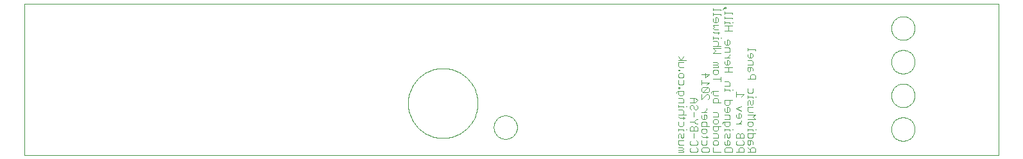
<source format=gbo>
G75*
%MOIN*%
%OFA0B0*%
%FSLAX24Y24*%
%IPPOS*%
%LPD*%
%AMOC8*
5,1,8,0,0,1.08239X$1,22.5*
%
%ADD10C,0.0010*%
%ADD11C,0.0000*%
%ADD12C,0.0030*%
D10*
X000847Y001846D02*
X051437Y001846D01*
X051437Y009721D01*
X000847Y009721D01*
X000847Y001846D01*
D11*
X020768Y004543D02*
X020770Y004628D01*
X020776Y004713D01*
X020786Y004797D01*
X020800Y004881D01*
X020818Y004964D01*
X020839Y005046D01*
X020865Y005127D01*
X020894Y005207D01*
X020927Y005285D01*
X020963Y005361D01*
X021004Y005436D01*
X021047Y005509D01*
X021094Y005580D01*
X021144Y005648D01*
X021198Y005714D01*
X021254Y005778D01*
X021314Y005838D01*
X021376Y005896D01*
X021440Y005951D01*
X021508Y006003D01*
X021577Y006052D01*
X021649Y006097D01*
X021723Y006139D01*
X021799Y006177D01*
X021876Y006212D01*
X021955Y006243D01*
X022036Y006271D01*
X022117Y006294D01*
X022200Y006314D01*
X022283Y006330D01*
X022367Y006342D01*
X022452Y006350D01*
X022537Y006354D01*
X022621Y006354D01*
X022706Y006350D01*
X022791Y006342D01*
X022875Y006330D01*
X022958Y006314D01*
X023041Y006294D01*
X023122Y006271D01*
X023203Y006243D01*
X023282Y006212D01*
X023359Y006177D01*
X023435Y006139D01*
X023509Y006097D01*
X023581Y006052D01*
X023650Y006003D01*
X023718Y005951D01*
X023782Y005896D01*
X023844Y005838D01*
X023904Y005778D01*
X023960Y005714D01*
X024014Y005648D01*
X024064Y005580D01*
X024111Y005509D01*
X024154Y005436D01*
X024195Y005361D01*
X024231Y005285D01*
X024264Y005207D01*
X024293Y005127D01*
X024319Y005046D01*
X024340Y004964D01*
X024358Y004881D01*
X024372Y004797D01*
X024382Y004713D01*
X024388Y004628D01*
X024390Y004543D01*
X024388Y004458D01*
X024382Y004373D01*
X024372Y004289D01*
X024358Y004205D01*
X024340Y004122D01*
X024319Y004040D01*
X024293Y003959D01*
X024264Y003879D01*
X024231Y003801D01*
X024195Y003725D01*
X024154Y003650D01*
X024111Y003577D01*
X024064Y003506D01*
X024014Y003438D01*
X023960Y003372D01*
X023904Y003308D01*
X023844Y003248D01*
X023782Y003190D01*
X023718Y003135D01*
X023650Y003083D01*
X023581Y003034D01*
X023509Y002989D01*
X023435Y002947D01*
X023359Y002909D01*
X023282Y002874D01*
X023203Y002843D01*
X023122Y002815D01*
X023041Y002792D01*
X022958Y002772D01*
X022875Y002756D01*
X022791Y002744D01*
X022706Y002736D01*
X022621Y002732D01*
X022537Y002732D01*
X022452Y002736D01*
X022367Y002744D01*
X022283Y002756D01*
X022200Y002772D01*
X022117Y002792D01*
X022036Y002815D01*
X021955Y002843D01*
X021876Y002874D01*
X021799Y002909D01*
X021723Y002947D01*
X021649Y002989D01*
X021577Y003034D01*
X021508Y003083D01*
X021440Y003135D01*
X021376Y003190D01*
X021314Y003248D01*
X021254Y003308D01*
X021198Y003372D01*
X021144Y003438D01*
X021094Y003506D01*
X021047Y003577D01*
X021004Y003650D01*
X020963Y003725D01*
X020927Y003801D01*
X020894Y003879D01*
X020865Y003959D01*
X020839Y004040D01*
X020818Y004122D01*
X020800Y004205D01*
X020786Y004289D01*
X020776Y004373D01*
X020770Y004458D01*
X020768Y004543D01*
X025219Y003293D02*
X025221Y003342D01*
X025227Y003391D01*
X025237Y003439D01*
X025250Y003486D01*
X025268Y003532D01*
X025289Y003576D01*
X025313Y003619D01*
X025341Y003659D01*
X025372Y003698D01*
X025406Y003733D01*
X025443Y003766D01*
X025482Y003795D01*
X025524Y003821D01*
X025567Y003844D01*
X025613Y003863D01*
X025659Y003879D01*
X025707Y003891D01*
X025755Y003899D01*
X025804Y003903D01*
X025854Y003903D01*
X025903Y003899D01*
X025951Y003891D01*
X025999Y003879D01*
X026045Y003863D01*
X026091Y003844D01*
X026134Y003821D01*
X026176Y003795D01*
X026215Y003766D01*
X026252Y003733D01*
X026286Y003698D01*
X026317Y003659D01*
X026345Y003619D01*
X026369Y003576D01*
X026390Y003532D01*
X026408Y003486D01*
X026421Y003439D01*
X026431Y003391D01*
X026437Y003342D01*
X026439Y003293D01*
X026437Y003244D01*
X026431Y003195D01*
X026421Y003147D01*
X026408Y003100D01*
X026390Y003054D01*
X026369Y003010D01*
X026345Y002967D01*
X026317Y002927D01*
X026286Y002888D01*
X026252Y002853D01*
X026215Y002820D01*
X026176Y002791D01*
X026134Y002765D01*
X026091Y002742D01*
X026045Y002723D01*
X025999Y002707D01*
X025951Y002695D01*
X025903Y002687D01*
X025854Y002683D01*
X025804Y002683D01*
X025755Y002687D01*
X025707Y002695D01*
X025659Y002707D01*
X025613Y002723D01*
X025567Y002742D01*
X025524Y002765D01*
X025482Y002791D01*
X025443Y002820D01*
X025406Y002853D01*
X025372Y002888D01*
X025341Y002927D01*
X025313Y002967D01*
X025289Y003010D01*
X025268Y003054D01*
X025250Y003100D01*
X025237Y003147D01*
X025227Y003195D01*
X025221Y003244D01*
X025219Y003293D01*
X045869Y003193D02*
X045871Y003242D01*
X045877Y003291D01*
X045887Y003339D01*
X045900Y003386D01*
X045918Y003432D01*
X045939Y003476D01*
X045963Y003519D01*
X045991Y003559D01*
X046022Y003598D01*
X046056Y003633D01*
X046093Y003666D01*
X046132Y003695D01*
X046174Y003721D01*
X046217Y003744D01*
X046263Y003763D01*
X046309Y003779D01*
X046357Y003791D01*
X046405Y003799D01*
X046454Y003803D01*
X046504Y003803D01*
X046553Y003799D01*
X046601Y003791D01*
X046649Y003779D01*
X046695Y003763D01*
X046741Y003744D01*
X046784Y003721D01*
X046826Y003695D01*
X046865Y003666D01*
X046902Y003633D01*
X046936Y003598D01*
X046967Y003559D01*
X046995Y003519D01*
X047019Y003476D01*
X047040Y003432D01*
X047058Y003386D01*
X047071Y003339D01*
X047081Y003291D01*
X047087Y003242D01*
X047089Y003193D01*
X047087Y003144D01*
X047081Y003095D01*
X047071Y003047D01*
X047058Y003000D01*
X047040Y002954D01*
X047019Y002910D01*
X046995Y002867D01*
X046967Y002827D01*
X046936Y002788D01*
X046902Y002753D01*
X046865Y002720D01*
X046826Y002691D01*
X046784Y002665D01*
X046741Y002642D01*
X046695Y002623D01*
X046649Y002607D01*
X046601Y002595D01*
X046553Y002587D01*
X046504Y002583D01*
X046454Y002583D01*
X046405Y002587D01*
X046357Y002595D01*
X046309Y002607D01*
X046263Y002623D01*
X046217Y002642D01*
X046174Y002665D01*
X046132Y002691D01*
X046093Y002720D01*
X046056Y002753D01*
X046022Y002788D01*
X045991Y002827D01*
X045963Y002867D01*
X045939Y002910D01*
X045918Y002954D01*
X045900Y003000D01*
X045887Y003047D01*
X045877Y003095D01*
X045871Y003144D01*
X045869Y003193D01*
X045869Y004943D02*
X045871Y004992D01*
X045877Y005041D01*
X045887Y005089D01*
X045900Y005136D01*
X045918Y005182D01*
X045939Y005226D01*
X045963Y005269D01*
X045991Y005309D01*
X046022Y005348D01*
X046056Y005383D01*
X046093Y005416D01*
X046132Y005445D01*
X046174Y005471D01*
X046217Y005494D01*
X046263Y005513D01*
X046309Y005529D01*
X046357Y005541D01*
X046405Y005549D01*
X046454Y005553D01*
X046504Y005553D01*
X046553Y005549D01*
X046601Y005541D01*
X046649Y005529D01*
X046695Y005513D01*
X046741Y005494D01*
X046784Y005471D01*
X046826Y005445D01*
X046865Y005416D01*
X046902Y005383D01*
X046936Y005348D01*
X046967Y005309D01*
X046995Y005269D01*
X047019Y005226D01*
X047040Y005182D01*
X047058Y005136D01*
X047071Y005089D01*
X047081Y005041D01*
X047087Y004992D01*
X047089Y004943D01*
X047087Y004894D01*
X047081Y004845D01*
X047071Y004797D01*
X047058Y004750D01*
X047040Y004704D01*
X047019Y004660D01*
X046995Y004617D01*
X046967Y004577D01*
X046936Y004538D01*
X046902Y004503D01*
X046865Y004470D01*
X046826Y004441D01*
X046784Y004415D01*
X046741Y004392D01*
X046695Y004373D01*
X046649Y004357D01*
X046601Y004345D01*
X046553Y004337D01*
X046504Y004333D01*
X046454Y004333D01*
X046405Y004337D01*
X046357Y004345D01*
X046309Y004357D01*
X046263Y004373D01*
X046217Y004392D01*
X046174Y004415D01*
X046132Y004441D01*
X046093Y004470D01*
X046056Y004503D01*
X046022Y004538D01*
X045991Y004577D01*
X045963Y004617D01*
X045939Y004660D01*
X045918Y004704D01*
X045900Y004750D01*
X045887Y004797D01*
X045877Y004845D01*
X045871Y004894D01*
X045869Y004943D01*
X045869Y006693D02*
X045871Y006742D01*
X045877Y006791D01*
X045887Y006839D01*
X045900Y006886D01*
X045918Y006932D01*
X045939Y006976D01*
X045963Y007019D01*
X045991Y007059D01*
X046022Y007098D01*
X046056Y007133D01*
X046093Y007166D01*
X046132Y007195D01*
X046174Y007221D01*
X046217Y007244D01*
X046263Y007263D01*
X046309Y007279D01*
X046357Y007291D01*
X046405Y007299D01*
X046454Y007303D01*
X046504Y007303D01*
X046553Y007299D01*
X046601Y007291D01*
X046649Y007279D01*
X046695Y007263D01*
X046741Y007244D01*
X046784Y007221D01*
X046826Y007195D01*
X046865Y007166D01*
X046902Y007133D01*
X046936Y007098D01*
X046967Y007059D01*
X046995Y007019D01*
X047019Y006976D01*
X047040Y006932D01*
X047058Y006886D01*
X047071Y006839D01*
X047081Y006791D01*
X047087Y006742D01*
X047089Y006693D01*
X047087Y006644D01*
X047081Y006595D01*
X047071Y006547D01*
X047058Y006500D01*
X047040Y006454D01*
X047019Y006410D01*
X046995Y006367D01*
X046967Y006327D01*
X046936Y006288D01*
X046902Y006253D01*
X046865Y006220D01*
X046826Y006191D01*
X046784Y006165D01*
X046741Y006142D01*
X046695Y006123D01*
X046649Y006107D01*
X046601Y006095D01*
X046553Y006087D01*
X046504Y006083D01*
X046454Y006083D01*
X046405Y006087D01*
X046357Y006095D01*
X046309Y006107D01*
X046263Y006123D01*
X046217Y006142D01*
X046174Y006165D01*
X046132Y006191D01*
X046093Y006220D01*
X046056Y006253D01*
X046022Y006288D01*
X045991Y006327D01*
X045963Y006367D01*
X045939Y006410D01*
X045918Y006454D01*
X045900Y006500D01*
X045887Y006547D01*
X045877Y006595D01*
X045871Y006644D01*
X045869Y006693D01*
X045869Y008443D02*
X045871Y008492D01*
X045877Y008541D01*
X045887Y008589D01*
X045900Y008636D01*
X045918Y008682D01*
X045939Y008726D01*
X045963Y008769D01*
X045991Y008809D01*
X046022Y008848D01*
X046056Y008883D01*
X046093Y008916D01*
X046132Y008945D01*
X046174Y008971D01*
X046217Y008994D01*
X046263Y009013D01*
X046309Y009029D01*
X046357Y009041D01*
X046405Y009049D01*
X046454Y009053D01*
X046504Y009053D01*
X046553Y009049D01*
X046601Y009041D01*
X046649Y009029D01*
X046695Y009013D01*
X046741Y008994D01*
X046784Y008971D01*
X046826Y008945D01*
X046865Y008916D01*
X046902Y008883D01*
X046936Y008848D01*
X046967Y008809D01*
X046995Y008769D01*
X047019Y008726D01*
X047040Y008682D01*
X047058Y008636D01*
X047071Y008589D01*
X047081Y008541D01*
X047087Y008492D01*
X047089Y008443D01*
X047087Y008394D01*
X047081Y008345D01*
X047071Y008297D01*
X047058Y008250D01*
X047040Y008204D01*
X047019Y008160D01*
X046995Y008117D01*
X046967Y008077D01*
X046936Y008038D01*
X046902Y008003D01*
X046865Y007970D01*
X046826Y007941D01*
X046784Y007915D01*
X046741Y007892D01*
X046695Y007873D01*
X046649Y007857D01*
X046601Y007845D01*
X046553Y007837D01*
X046504Y007833D01*
X046454Y007833D01*
X046405Y007837D01*
X046357Y007845D01*
X046309Y007857D01*
X046263Y007873D01*
X046217Y007892D01*
X046174Y007915D01*
X046132Y007941D01*
X046093Y007970D01*
X046056Y008003D01*
X046022Y008038D01*
X045991Y008077D01*
X045963Y008117D01*
X045939Y008160D01*
X045918Y008204D01*
X045900Y008250D01*
X045887Y008297D01*
X045877Y008345D01*
X045871Y008394D01*
X045869Y008443D01*
D12*
X038795Y007336D02*
X038795Y007274D01*
X038795Y007336D02*
X038425Y007336D01*
X038425Y007397D02*
X038425Y007274D01*
X038548Y007153D02*
X038548Y006906D01*
X038487Y006906D02*
X038610Y006906D01*
X038672Y006967D01*
X038672Y007091D01*
X038610Y007153D01*
X038548Y007153D01*
X038425Y007091D02*
X038425Y006967D01*
X038487Y006906D01*
X038425Y006784D02*
X038610Y006784D01*
X038672Y006723D01*
X038672Y006537D01*
X038425Y006537D01*
X038425Y006416D02*
X038425Y006231D01*
X038487Y006169D01*
X038548Y006231D01*
X038548Y006416D01*
X038610Y006416D02*
X038425Y006416D01*
X038610Y006416D02*
X038672Y006354D01*
X038672Y006231D01*
X038733Y006048D02*
X038610Y006048D01*
X038548Y005986D01*
X038548Y005801D01*
X038425Y005801D02*
X038795Y005801D01*
X038795Y005986D01*
X038733Y006048D01*
X037595Y006169D02*
X037225Y006169D01*
X037410Y006169D02*
X037410Y006416D01*
X037410Y006537D02*
X037472Y006599D01*
X037472Y006723D01*
X037410Y006784D01*
X037348Y006784D01*
X037348Y006537D01*
X037287Y006537D02*
X037410Y006537D01*
X037287Y006537D02*
X037225Y006599D01*
X037225Y006723D01*
X036872Y006600D02*
X036810Y006661D01*
X036625Y006661D01*
X036810Y006538D02*
X036872Y006600D01*
X036810Y006538D02*
X036625Y006538D01*
X036625Y006415D02*
X036872Y006415D01*
X036872Y006476D01*
X036810Y006538D01*
X037225Y006416D02*
X037595Y006416D01*
X036872Y006231D02*
X036872Y006108D01*
X036810Y006046D01*
X036687Y006046D01*
X036625Y006108D01*
X036625Y006231D01*
X036687Y006293D01*
X036810Y006293D01*
X036872Y006231D01*
X036395Y006047D02*
X036025Y006047D01*
X036210Y006109D02*
X036210Y005862D01*
X036395Y006047D01*
X036995Y005925D02*
X036995Y005678D01*
X036995Y005801D02*
X036625Y005801D01*
X036395Y005617D02*
X036025Y005617D01*
X036025Y005494D02*
X036025Y005741D01*
X036272Y005494D02*
X036395Y005617D01*
X037225Y005679D02*
X037410Y005679D01*
X037472Y005618D01*
X037472Y005432D01*
X037225Y005432D01*
X037225Y005310D02*
X037225Y005187D01*
X037225Y005249D02*
X037472Y005249D01*
X037472Y005187D01*
X037595Y005249D02*
X037657Y005249D01*
X037825Y005127D02*
X037825Y004880D01*
X037825Y005003D02*
X038195Y005003D01*
X038072Y004880D01*
X038425Y004880D02*
X038672Y004880D01*
X038672Y004819D01*
X038672Y004697D02*
X038672Y004512D01*
X038610Y004450D01*
X038548Y004512D01*
X038548Y004635D01*
X038487Y004697D01*
X038425Y004635D01*
X038425Y004450D01*
X038072Y004390D02*
X037825Y004267D01*
X038072Y004143D01*
X038010Y004022D02*
X037948Y004022D01*
X037948Y003775D01*
X037887Y003775D02*
X038010Y003775D01*
X038072Y003837D01*
X038072Y003960D01*
X038010Y004022D01*
X037825Y003960D02*
X037825Y003837D01*
X037887Y003775D01*
X038072Y003653D02*
X038072Y003592D01*
X037948Y003468D01*
X037825Y003468D02*
X038072Y003468D01*
X038425Y003407D02*
X038487Y003345D01*
X038610Y003345D01*
X038672Y003407D01*
X038672Y003530D01*
X038610Y003592D01*
X038487Y003592D01*
X038425Y003530D01*
X038425Y003407D01*
X038425Y003223D02*
X038425Y003100D01*
X038425Y003161D02*
X038672Y003161D01*
X038672Y003100D01*
X038672Y002978D02*
X038672Y002793D01*
X038610Y002731D01*
X038487Y002731D01*
X038425Y002793D01*
X038425Y002978D01*
X038795Y002978D01*
X038795Y003161D02*
X038857Y003161D01*
X038195Y002917D02*
X038133Y002978D01*
X038072Y002978D01*
X038010Y002917D01*
X038010Y002731D01*
X037887Y002610D02*
X037825Y002548D01*
X037825Y002425D01*
X037887Y002363D01*
X038133Y002363D01*
X038195Y002425D01*
X038195Y002548D01*
X038133Y002610D01*
X038195Y002731D02*
X038195Y002917D01*
X038010Y002917D02*
X037948Y002978D01*
X037887Y002978D01*
X037825Y002917D01*
X037825Y002731D01*
X038195Y002731D01*
X038425Y002610D02*
X038425Y002425D01*
X038487Y002363D01*
X038548Y002425D01*
X038548Y002610D01*
X038610Y002610D02*
X038425Y002610D01*
X038610Y002610D02*
X038672Y002548D01*
X038672Y002425D01*
X038733Y002242D02*
X038610Y002242D01*
X038548Y002180D01*
X038548Y001995D01*
X038425Y001995D02*
X038795Y001995D01*
X038795Y002180D01*
X038733Y002242D01*
X038548Y002118D02*
X038425Y002242D01*
X038195Y002180D02*
X038133Y002242D01*
X038010Y002242D01*
X037948Y002180D01*
X037948Y001995D01*
X037825Y001995D02*
X038195Y001995D01*
X038195Y002180D01*
X037595Y002180D02*
X037533Y002242D01*
X037287Y002242D01*
X037225Y002180D01*
X037225Y001995D01*
X037595Y001995D01*
X037595Y002180D01*
X037410Y002363D02*
X037472Y002425D01*
X037472Y002548D01*
X037410Y002610D01*
X037348Y002610D01*
X037348Y002363D01*
X037287Y002363D02*
X037410Y002363D01*
X037287Y002363D02*
X037225Y002425D01*
X037225Y002548D01*
X037225Y002731D02*
X037225Y002917D01*
X037287Y002978D01*
X037348Y002917D01*
X037348Y002793D01*
X037410Y002731D01*
X037472Y002793D01*
X037472Y002978D01*
X037472Y003100D02*
X037472Y003161D01*
X037225Y003161D01*
X037225Y003100D02*
X037225Y003223D01*
X037287Y003345D02*
X037225Y003407D01*
X037225Y003592D01*
X037163Y003592D02*
X037472Y003592D01*
X037472Y003407D01*
X037410Y003345D01*
X037287Y003345D01*
X037101Y003469D02*
X037101Y003530D01*
X037163Y003592D01*
X037225Y003714D02*
X037472Y003714D01*
X037472Y003899D01*
X037410Y003960D01*
X037225Y003960D01*
X037287Y004082D02*
X037410Y004082D01*
X037472Y004144D01*
X037472Y004267D01*
X037410Y004329D01*
X037348Y004329D01*
X037348Y004082D01*
X037287Y004082D02*
X037225Y004144D01*
X037225Y004267D01*
X037287Y004450D02*
X037410Y004450D01*
X037472Y004512D01*
X037472Y004697D01*
X037595Y004697D02*
X037225Y004697D01*
X037225Y004512D01*
X037287Y004450D01*
X036995Y004573D02*
X036625Y004573D01*
X036625Y004758D01*
X036687Y004820D01*
X036810Y004820D01*
X036872Y004758D01*
X036872Y004573D01*
X036395Y004819D02*
X036333Y004757D01*
X036395Y004819D02*
X036395Y004942D01*
X036333Y005004D01*
X036272Y005004D01*
X036025Y004757D01*
X036025Y005004D01*
X036087Y005125D02*
X036333Y005372D01*
X036087Y005372D01*
X036025Y005311D01*
X036025Y005187D01*
X036087Y005125D01*
X036333Y005125D01*
X036395Y005187D01*
X036395Y005311D01*
X036333Y005372D01*
X036563Y005188D02*
X036501Y005126D01*
X036501Y005065D01*
X036625Y005003D02*
X036625Y005188D01*
X036563Y005188D02*
X036872Y005188D01*
X036687Y004941D02*
X036625Y005003D01*
X036687Y004941D02*
X036872Y004941D01*
X035795Y004696D02*
X035672Y004820D01*
X035425Y004820D01*
X035610Y004820D02*
X035610Y004573D01*
X035672Y004573D02*
X035425Y004573D01*
X035487Y004452D02*
X035425Y004390D01*
X035425Y004266D01*
X035487Y004205D01*
X035610Y004266D02*
X035610Y004390D01*
X035548Y004452D01*
X035487Y004452D01*
X035672Y004573D02*
X035795Y004696D01*
X035733Y004452D02*
X035795Y004390D01*
X035795Y004266D01*
X035733Y004205D01*
X035672Y004205D01*
X035610Y004266D01*
X035257Y004389D02*
X035195Y004389D01*
X035072Y004389D02*
X035072Y004327D01*
X035072Y004389D02*
X034825Y004389D01*
X034825Y004327D02*
X034825Y004451D01*
X034825Y004573D02*
X035072Y004573D01*
X035072Y004758D01*
X035010Y004820D01*
X034825Y004820D01*
X034887Y004941D02*
X034825Y005003D01*
X034825Y005188D01*
X034763Y005188D02*
X035072Y005188D01*
X035072Y005003D01*
X035010Y004941D01*
X034887Y004941D01*
X034701Y005065D02*
X034701Y005126D01*
X034763Y005188D01*
X034825Y005310D02*
X034825Y005371D01*
X034887Y005371D01*
X034887Y005310D01*
X034825Y005310D01*
X034887Y005494D02*
X034825Y005556D01*
X034825Y005741D01*
X034887Y005862D02*
X034825Y005924D01*
X034825Y006047D01*
X034887Y006109D01*
X035010Y006109D01*
X035072Y006047D01*
X035072Y005924D01*
X035010Y005862D01*
X034887Y005862D01*
X035072Y005741D02*
X035072Y005556D01*
X035010Y005494D01*
X034887Y005494D01*
X034887Y006230D02*
X034887Y006292D01*
X034825Y006292D01*
X034825Y006230D01*
X034887Y006230D01*
X034887Y006415D02*
X034825Y006476D01*
X034825Y006661D01*
X035072Y006661D01*
X035195Y006783D02*
X034825Y006783D01*
X034948Y006783D02*
X035072Y006968D01*
X034948Y006783D02*
X034825Y006968D01*
X036625Y007151D02*
X036748Y007275D01*
X036625Y007398D01*
X036995Y007398D01*
X036995Y007520D02*
X036625Y007520D01*
X036810Y007520D02*
X036872Y007581D01*
X036872Y007705D01*
X036810Y007766D01*
X036625Y007766D01*
X036625Y007888D02*
X036625Y008011D01*
X036625Y007950D02*
X036872Y007950D01*
X036872Y007888D01*
X036995Y007950D02*
X037057Y007950D01*
X037348Y007828D02*
X037348Y007581D01*
X037287Y007581D02*
X037410Y007581D01*
X037472Y007643D01*
X037472Y007766D01*
X037410Y007828D01*
X037348Y007828D01*
X037225Y007766D02*
X037225Y007643D01*
X037287Y007581D01*
X037225Y007459D02*
X037410Y007459D01*
X037472Y007398D01*
X037472Y007213D01*
X037225Y007213D01*
X036995Y007151D02*
X036625Y007151D01*
X037225Y006906D02*
X037472Y006906D01*
X037472Y007029D02*
X037348Y006906D01*
X037472Y007029D02*
X037472Y007091D01*
X035072Y006415D02*
X034887Y006415D01*
X038425Y005311D02*
X038425Y005126D01*
X038487Y005064D01*
X038610Y005064D01*
X038672Y005126D01*
X038672Y005311D01*
X038425Y004942D02*
X038425Y004819D01*
X038795Y004880D02*
X038857Y004880D01*
X038672Y004329D02*
X038425Y004329D01*
X038425Y004144D01*
X038487Y004082D01*
X038672Y004082D01*
X038795Y003960D02*
X038425Y003960D01*
X038672Y003837D02*
X038795Y003960D01*
X038672Y003837D02*
X038795Y003714D01*
X038425Y003714D01*
X036872Y003653D02*
X036872Y003530D01*
X036810Y003468D01*
X036687Y003468D01*
X036625Y003530D01*
X036625Y003653D01*
X036687Y003715D01*
X036810Y003715D01*
X036872Y003653D01*
X036272Y003775D02*
X036272Y003899D01*
X036210Y003960D01*
X036148Y003960D01*
X036148Y003714D01*
X036087Y003714D02*
X036210Y003714D01*
X036272Y003775D01*
X036210Y003592D02*
X036087Y003592D01*
X036025Y003530D01*
X036025Y003345D01*
X036395Y003345D01*
X036272Y003345D02*
X036272Y003530D01*
X036210Y003592D01*
X036087Y003714D02*
X036025Y003775D01*
X036025Y003899D01*
X035795Y003715D02*
X035733Y003715D01*
X035610Y003592D01*
X035425Y003592D01*
X035610Y003592D02*
X035733Y003468D01*
X035795Y003468D01*
X035733Y003347D02*
X035672Y003347D01*
X035610Y003285D01*
X035610Y003100D01*
X035610Y002978D02*
X035610Y002731D01*
X035487Y002610D02*
X035425Y002548D01*
X035425Y002425D01*
X035487Y002363D01*
X035733Y002363D01*
X035795Y002425D01*
X035795Y002548D01*
X035733Y002610D01*
X036025Y002610D02*
X036025Y002425D01*
X036087Y002363D01*
X036210Y002363D01*
X036272Y002425D01*
X036272Y002610D01*
X036272Y002731D02*
X036272Y002855D01*
X036333Y002793D02*
X036087Y002793D01*
X036025Y002855D01*
X036087Y002977D02*
X036025Y003039D01*
X036025Y003162D01*
X036087Y003224D01*
X036210Y003224D01*
X036272Y003162D01*
X036272Y003039D01*
X036210Y002977D01*
X036087Y002977D01*
X035795Y003100D02*
X035425Y003100D01*
X035425Y003285D01*
X035487Y003347D01*
X035548Y003347D01*
X035610Y003285D01*
X035733Y003347D02*
X035795Y003285D01*
X035795Y003100D01*
X035257Y003161D02*
X035195Y003161D01*
X035072Y003161D02*
X034825Y003161D01*
X034825Y003100D02*
X034825Y003223D01*
X034887Y003345D02*
X034825Y003407D01*
X034825Y003592D01*
X034887Y003775D02*
X034825Y003837D01*
X034887Y003775D02*
X035133Y003775D01*
X035072Y003714D02*
X035072Y003837D01*
X035010Y003959D02*
X035072Y004021D01*
X035072Y004144D01*
X035010Y004206D01*
X034825Y004206D01*
X035610Y004083D02*
X035610Y003836D01*
X035195Y003959D02*
X034825Y003959D01*
X036025Y004082D02*
X036272Y004082D01*
X036272Y004205D02*
X036148Y004082D01*
X036272Y004205D02*
X036272Y004267D01*
X036625Y004083D02*
X036810Y004083D01*
X036872Y004022D01*
X036872Y003836D01*
X036625Y003836D01*
X035072Y003592D02*
X035072Y003407D01*
X035010Y003345D01*
X034887Y003345D01*
X035072Y003161D02*
X035072Y003100D01*
X035072Y002978D02*
X035072Y002793D01*
X035010Y002731D01*
X034948Y002793D01*
X034948Y002917D01*
X034887Y002978D01*
X034825Y002917D01*
X034825Y002731D01*
X034825Y002610D02*
X035072Y002610D01*
X034825Y002610D02*
X034825Y002425D01*
X034887Y002363D01*
X035072Y002363D01*
X035010Y002242D02*
X034825Y002242D01*
X034825Y002118D02*
X035010Y002118D01*
X035072Y002180D01*
X035010Y002242D01*
X035010Y002118D02*
X035072Y002057D01*
X035072Y001995D01*
X034825Y001995D01*
X035425Y002057D02*
X035425Y002180D01*
X035487Y002242D01*
X035733Y002242D02*
X035795Y002180D01*
X035795Y002057D01*
X035733Y001995D01*
X035487Y001995D01*
X035425Y002057D01*
X036025Y002057D02*
X036087Y001995D01*
X036333Y001995D01*
X036395Y002057D01*
X036395Y002180D01*
X036333Y002242D01*
X036087Y002242D01*
X036025Y002180D01*
X036025Y002057D01*
X036625Y001995D02*
X036625Y002242D01*
X036687Y002363D02*
X036625Y002425D01*
X036625Y002548D01*
X036687Y002610D01*
X036810Y002610D01*
X036872Y002548D01*
X036872Y002425D01*
X036810Y002363D01*
X036687Y002363D01*
X036625Y002731D02*
X036872Y002731D01*
X036872Y002917D01*
X036810Y002978D01*
X036625Y002978D01*
X036687Y003100D02*
X036625Y003161D01*
X036625Y003347D01*
X036995Y003347D01*
X036872Y003347D02*
X036872Y003161D01*
X036810Y003100D01*
X036687Y003100D01*
X037595Y003161D02*
X037657Y003161D01*
X036995Y001995D02*
X036625Y001995D01*
X036872Y008133D02*
X036872Y008257D01*
X036933Y008195D02*
X036687Y008195D01*
X036625Y008257D01*
X036687Y008379D02*
X036625Y008441D01*
X036687Y008502D01*
X036625Y008564D01*
X036687Y008626D01*
X036872Y008626D01*
X036810Y008747D02*
X036872Y008809D01*
X036872Y008932D01*
X036810Y008994D01*
X036748Y008994D01*
X036748Y008747D01*
X036687Y008747D02*
X036810Y008747D01*
X036687Y008747D02*
X036625Y008809D01*
X036625Y008932D01*
X036625Y009116D02*
X036625Y009239D01*
X036625Y009177D02*
X036995Y009177D01*
X036995Y009116D01*
X037225Y009177D02*
X037225Y009300D01*
X037225Y009239D02*
X037595Y009239D01*
X037595Y009177D01*
X037595Y008993D02*
X037225Y008993D01*
X037225Y008931D02*
X037225Y009055D01*
X037595Y008993D02*
X037595Y008931D01*
X037225Y008809D02*
X037225Y008686D01*
X037225Y008748D02*
X037472Y008748D01*
X037472Y008686D01*
X037410Y008564D02*
X037410Y008318D01*
X037225Y008318D02*
X037595Y008318D01*
X036872Y008379D02*
X036687Y008379D01*
X037225Y008564D02*
X037595Y008564D01*
X037595Y008748D02*
X037657Y008748D01*
X036995Y009361D02*
X036995Y009423D01*
X036625Y009423D01*
X036625Y009361D02*
X036625Y009485D01*
X037101Y009422D02*
X037225Y009546D01*
X037225Y009484D01*
X037287Y009484D01*
X037287Y009546D01*
X037225Y009546D01*
M02*

</source>
